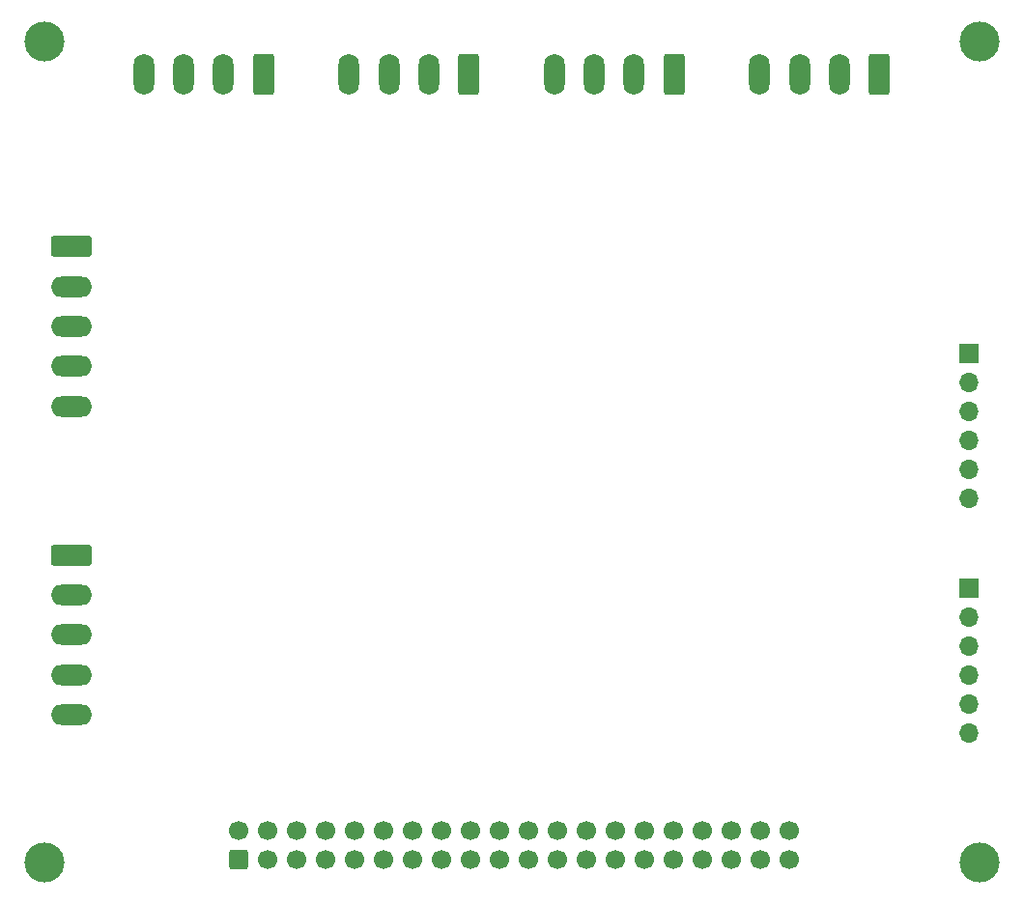
<source format=gbs>
G04 #@! TF.GenerationSoftware,KiCad,Pcbnew,7.0.5-4d25ed1034~172~ubuntu20.04.1*
G04 #@! TF.CreationDate,2023-05-31T02:11:29+03:00*
G04 #@! TF.ProjectId,kanalog-jp12-breakout,6b616e61-6c6f-4672-9d6a-7031322d6272,rev?*
G04 #@! TF.SameCoordinates,Original*
G04 #@! TF.FileFunction,Soldermask,Bot*
G04 #@! TF.FilePolarity,Negative*
%FSLAX46Y46*%
G04 Gerber Fmt 4.6, Leading zero omitted, Abs format (unit mm)*
G04 Created by KiCad (PCBNEW 7.0.5-4d25ed1034~172~ubuntu20.04.1) date 2023-05-31 02:11:29*
%MOMM*%
%LPD*%
G01*
G04 APERTURE LIST*
G04 Aperture macros list*
%AMRoundRect*
0 Rectangle with rounded corners*
0 $1 Rounding radius*
0 $2 $3 $4 $5 $6 $7 $8 $9 X,Y pos of 4 corners*
0 Add a 4 corners polygon primitive as box body*
4,1,4,$2,$3,$4,$5,$6,$7,$8,$9,$2,$3,0*
0 Add four circle primitives for the rounded corners*
1,1,$1+$1,$2,$3*
1,1,$1+$1,$4,$5*
1,1,$1+$1,$6,$7*
1,1,$1+$1,$8,$9*
0 Add four rect primitives between the rounded corners*
20,1,$1+$1,$2,$3,$4,$5,0*
20,1,$1+$1,$4,$5,$6,$7,0*
20,1,$1+$1,$6,$7,$8,$9,0*
20,1,$1+$1,$8,$9,$2,$3,0*%
G04 Aperture macros list end*
%ADD10RoundRect,0.250000X0.650000X1.550000X-0.650000X1.550000X-0.650000X-1.550000X0.650000X-1.550000X0*%
%ADD11O,1.800000X3.600000*%
%ADD12C,3.500000*%
%ADD13R,1.700000X1.700000*%
%ADD14O,1.700000X1.700000*%
%ADD15RoundRect,0.250000X-1.550000X0.650000X-1.550000X-0.650000X1.550000X-0.650000X1.550000X0.650000X0*%
%ADD16O,3.600000X1.800000*%
%ADD17RoundRect,0.250000X0.600000X-0.600000X0.600000X0.600000X-0.600000X0.600000X-0.600000X-0.600000X0*%
%ADD18C,1.700000*%
G04 APERTURE END LIST*
D10*
G04 #@! TO.C,J5*
X117195000Y-92932500D03*
D11*
X113695000Y-92932500D03*
X110195000Y-92932500D03*
X106695000Y-92932500D03*
G04 #@! TD*
D12*
G04 #@! TO.C,H2*
X80000000Y-90000000D03*
G04 #@! TD*
G04 #@! TO.C,H1*
X80000000Y-162000000D03*
G04 #@! TD*
D10*
G04 #@! TO.C,J6*
X153195000Y-92932500D03*
D11*
X149695000Y-92932500D03*
X146195000Y-92932500D03*
X142695000Y-92932500D03*
G04 #@! TD*
D10*
G04 #@! TO.C,J7*
X135195000Y-92932500D03*
D11*
X131695000Y-92932500D03*
X128195000Y-92932500D03*
X124695000Y-92932500D03*
G04 #@! TD*
D10*
G04 #@! TO.C,J4*
X99195000Y-92932500D03*
D11*
X95695000Y-92932500D03*
X92195000Y-92932500D03*
X88695000Y-92932500D03*
G04 #@! TD*
D12*
G04 #@! TO.C,H3*
X162000000Y-90000000D03*
G04 #@! TD*
D13*
G04 #@! TO.C,J8*
X161000000Y-117380000D03*
D14*
X161000000Y-119920000D03*
X161000000Y-122460000D03*
X161000000Y-125000000D03*
X161000000Y-127540000D03*
X161000000Y-130080000D03*
G04 #@! TD*
D12*
G04 #@! TO.C,H4*
X162000000Y-162000000D03*
G04 #@! TD*
D15*
G04 #@! TO.C,J3*
X82382500Y-108000000D03*
D16*
X82382500Y-111500000D03*
X82382500Y-115000000D03*
X82382500Y-118500000D03*
X82382500Y-122000000D03*
G04 #@! TD*
D13*
G04 #@! TO.C,J9*
X161000000Y-137920000D03*
D14*
X161000000Y-140460000D03*
X161000000Y-143000000D03*
X161000000Y-145540000D03*
X161000000Y-148080000D03*
X161000000Y-150620000D03*
G04 #@! TD*
D15*
G04 #@! TO.C,J2*
X82382500Y-135055000D03*
D16*
X82382500Y-138555000D03*
X82382500Y-142055000D03*
X82382500Y-145555000D03*
X82382500Y-149055000D03*
G04 #@! TD*
D17*
G04 #@! TO.C,J1*
X97000000Y-161752500D03*
D18*
X97000000Y-159212500D03*
X99540000Y-161752500D03*
X99540000Y-159212500D03*
X102080000Y-161752500D03*
X102080000Y-159212500D03*
X104620000Y-161752500D03*
X104620000Y-159212500D03*
X107160000Y-161752500D03*
X107160000Y-159212500D03*
X109700000Y-161752500D03*
X109700000Y-159212500D03*
X112240000Y-161752500D03*
X112240000Y-159212500D03*
X114780000Y-161752500D03*
X114780000Y-159212500D03*
X117320000Y-161752500D03*
X117320000Y-159212500D03*
X119860000Y-161752500D03*
X119860000Y-159212500D03*
X122400000Y-161752500D03*
X122400000Y-159212500D03*
X124940000Y-161752500D03*
X124940000Y-159212500D03*
X127480000Y-161752500D03*
X127480000Y-159212500D03*
X130020000Y-161752500D03*
X130020000Y-159212500D03*
X132560000Y-161752500D03*
X132560000Y-159212500D03*
X135100000Y-161752500D03*
X135100000Y-159212500D03*
X137640000Y-161752500D03*
X137640000Y-159212500D03*
X140180000Y-161752500D03*
X140180000Y-159212500D03*
X142720000Y-161752500D03*
X142720000Y-159212500D03*
X145260000Y-161752500D03*
X145260000Y-159212500D03*
G04 #@! TD*
M02*

</source>
